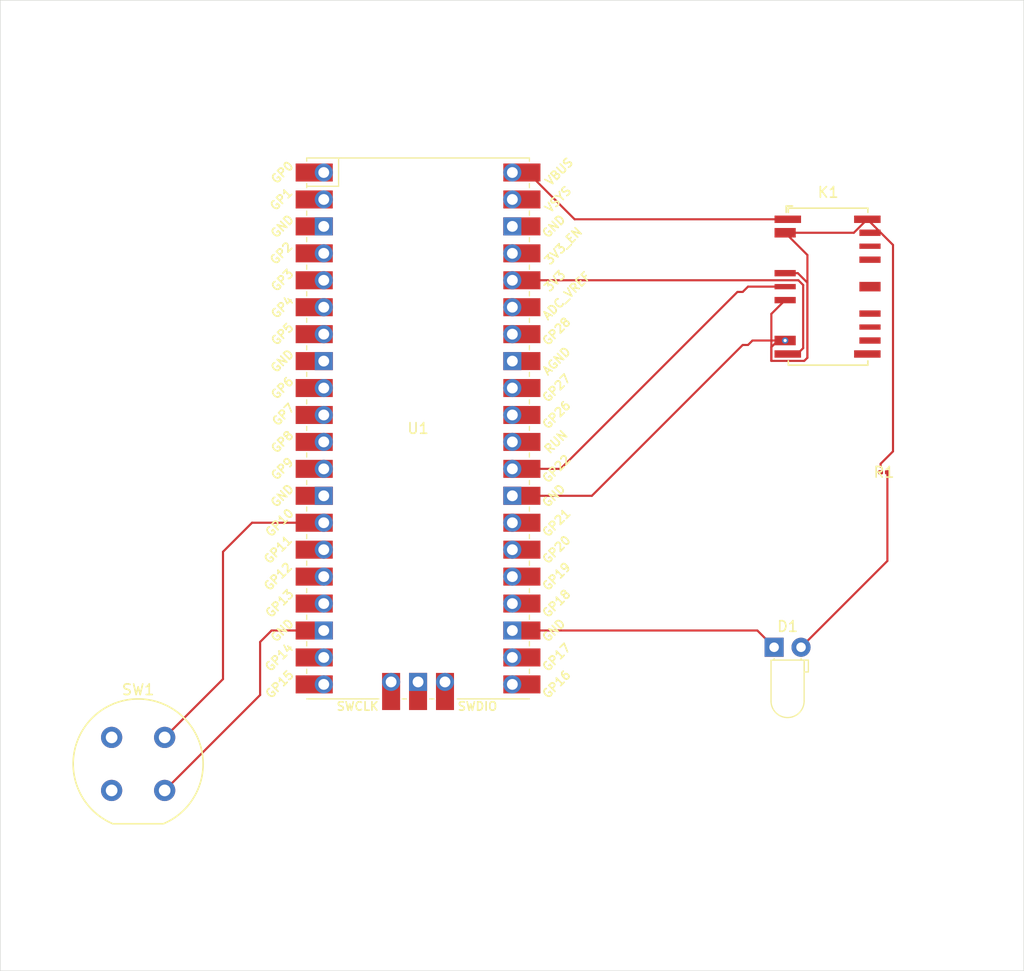
<source format=kicad_pcb>
(kicad_pcb (version 20240108) (generator "pcbnew") (generator_version "8.0")
  (layers (0 "F.Cu" signal) (31 "B.Cu" signal) (34 "B.Paste" user) (35 "F.Paste" user) (36 "B.SilkS" user "B.Silkscreen") (37 "F.SilkS" user "F.Silkscreen") (38 "B.Mask" user) (39 "F.Mask" user) (44 "Edge.Cuts" user))
  (net 0 "")
  (net 17 "Net-(U1-GPIO22)")
  (net 27 "Net-(U1-VBUS)")
  (net 34 "Net-(K1-Pad20)")
  (net 35 "Net-(U1-3V3)")
  (net 39 "Net-(K1-GND-Pad10)")
  (net 40 "Net-(D1-K)")
  (net 43 "Net-(D1-A)")
  (net 45 "Net-(U1-GPIO10)")
  (net 47 "Net-(SW1-Pad4)")
  (footprint "Relay_SMD:Relay_SPDT_AXICOM_HF3Series_75ohms_Pitch1.27mm" (layer "F.Cu") (at 122.5 81.5)
    (property "Reference" "K1" (at 0.06 -8.89 0) (layer "F.SilkS"))
    (property "Value" "HF3-03")
    (fp_line (start -3.9 -7.6) (end -3.4 -7.6) (stroke (width 0.15)) (layer "F.SilkS"))
    (fp_line (start -3.9 -7) (end -3.9 -7.6) (stroke (width 0.15)) (layer "F.SilkS"))
    (fp_line (start -3.7 -7.4) (end -3.7 -7) (stroke (width 0.15)) (layer "F.SilkS"))
    (fp_line (start -3.7 7.4) (end -3.7 7) (stroke (width 0.15)) (layer "F.SilkS"))
    (fp_line (start -3.4 -7.6) (end -3.3 -7.6) (stroke (width 0.15)) (layer "F.SilkS"))
    (fp_line (start 3.8 -7.4) (end -3.7 -7.4) (stroke (width 0.15)) (layer "F.SilkS"))
    (fp_line (start 3.8 -7) (end 3.8 -7.4) (stroke (width 0.15)) (layer "F.SilkS"))
    (fp_line (start 3.8 7.1) (end 3.8 7) (stroke (width 0.15)) (layer "F.SilkS"))
    (fp_line (start 3.8 7.1) (end 3.8 7.4) (stroke (width 0.15)) (layer "F.SilkS"))
    (fp_line (start 3.8 7.4) (end -3.7 7.4) (stroke (width 0.15)) (layer "F.SilkS"))
    (pad "1" smd rect (at -3.75 -6.35) (size 2.5 0.7) (layers "F.Cu" "F.Paste" "F.Mask") (net 27 "Net-(U1-VBUS)"))
    (pad "2" smd rect (at -4 -5.08) (size 2 0.9) (layers "F.Cu" "F.Paste" "F.Mask") (net 39 "Net-(K1-GND-Pad10)"))
    (pad "5" smd rect (at -4 -1.27) (size 2 0.6) (layers "F.Cu" "F.Paste" "F.Mask") (net 39 "Net-(K1-GND-Pad10)"))
    (pad "6" smd rect (at -4 0) (size 2 0.5) (layers "F.Cu" "F.Paste" "F.Mask") (net 17 "Net-(U1-GPIO22)"))
    (pad "7" smd rect (at -4 1.27) (size 2 0.6) (layers "F.Cu" "F.Paste" "F.Mask") (net 39 "Net-(K1-GND-Pad10)"))
    (pad "10" smd rect (at -4 5.08) (size 2 0.9) (layers "F.Cu" "F.Paste" "F.Mask") (net 39 "Net-(K1-GND-Pad10)"))
    (pad "11" smd rect (at -3.75 6.35) (size 2.5 0.7) (layers "F.Cu" "F.Paste" "F.Mask") (net 35 "Net-(U1-3V3)"))
    (pad "12" smd rect (at 3.75 6.35) (size 2.5 0.7) (layers "F.Cu" "F.Paste" "F.Mask") (net 39 "Net-(K1-GND-Pad10)"))
    (pad "13" smd rect (at 4 5.08) (size 2 0.6) (layers "F.Cu" "F.Paste" "F.Mask") (net 39 "Net-(K1-GND-Pad10)"))
    (pad "14" smd rect (at 4 3.81) (size 2 0.5) (layers "F.Cu" "F.Paste" "F.Mask"))
    (pad "15" smd rect (at 4 2.54) (size 2 0.6) (layers "F.Cu" "F.Paste" "F.Mask") (net 39 "Net-(K1-GND-Pad10)"))
    (pad "17" smd rect (at 4 0) (size 2 0.9) (layers "F.Cu" "F.Paste" "F.Mask") (net 39 "Net-(K1-GND-Pad10)"))
    (pad "19" smd rect (at 4 -2.54) (size 2 0.6) (layers "F.Cu" "F.Paste" "F.Mask") (net 39 "Net-(K1-GND-Pad10)"))
    (pad "20" smd rect (at 4 -3.81) (size 2 0.5) (layers "F.Cu" "F.Paste" "F.Mask") (net 34 "Net-(K1-Pad20)"))
    (pad "21" smd rect (at 4 -5.08) (size 2 0.6) (layers "F.Cu" "F.Paste" "F.Mask") (net 39 "Net-(K1-GND-Pad10)"))
    (pad "22" smd rect (at 3.75 -6.35) (size 2.5 0.7) (layers "F.Cu" "F.Paste" "F.Mask") (net 39 "Net-(K1-GND-Pad10)"))
  )
  (footprint "LED_THT:LED_D3.0mm_Horizontal_O1.27mm_Z2.0mm" (layer "F.Cu") (at 117.46 115.5)
    (property "Reference" "D1" (at 1.27 -1.96 0) (layer "F.SilkS"))
    (property "Value" "LED")
    (fp_line (start -0.29 1.21) (end -0.29 5.07) (stroke (width 0.12)) (layer "F.SilkS"))
    (fp_line (start -0.29 1.21) (end 2.83 1.21) (stroke (width 0.12)) (layer "F.SilkS"))
    (fp_line (start 0 1.08) (end 0 1.08) (stroke (width 0.12)) (layer "F.SilkS"))
    (fp_line (start 0 1.08) (end 0 1.21) (stroke (width 0.12)) (layer "F.SilkS"))
    (fp_line (start 0 1.21) (end 0 1.08) (stroke (width 0.12)) (layer "F.SilkS"))
    (fp_line (start 0 1.21) (end 0 1.21) (stroke (width 0.12)) (layer "F.SilkS"))
    (fp_line (start 2.54 1.08) (end 2.54 1.08) (stroke (width 0.12)) (layer "F.SilkS"))
    (fp_line (start 2.54 1.08) (end 2.54 1.21) (stroke (width 0.12)) (layer "F.SilkS"))
    (fp_line (start 2.54 1.21) (end 2.54 1.08) (stroke (width 0.12)) (layer "F.SilkS"))
    (fp_line (start 2.54 1.21) (end 2.54 1.21) (stroke (width 0.12)) (layer "F.SilkS"))
    (fp_line (start 2.83 1.21) (end 2.83 5.07) (stroke (width 0.12)) (layer "F.SilkS"))
    (fp_line (start 2.83 1.21) (end 3.23 1.21) (stroke (width 0.12)) (layer "F.SilkS"))
    (fp_line (start 2.83 2.33) (end 2.83 1.21) (stroke (width 0.12)) (layer "F.SilkS"))
    (fp_line (start 3.23 1.21) (end 3.23 2.33) (stroke (width 0.12)) (layer "F.SilkS"))
    (fp_line (start 3.23 2.33) (end 2.83 2.33) (stroke (width 0.12)) (layer "F.SilkS"))
    (fp_arc (start 2.83 5.07) (mid 1.27 6.63) (end -0.29 5.07) (stroke (width 0.12)) (layer "F.SilkS"))
    (pad "1" thru_hole rect (at 0 0) (size 1.8 1.8) (drill 0.9) (layers "*.Cu" "*.Mask") (net 40 "Net-(D1-K)"))
    (pad "2" thru_hole circle (at 2.54 0) (size 1.8 1.8) (drill 0.9) (layers "*.Cu" "*.Mask") (net 43 "Net-(D1-A)"))
  )
  (footprint "Resistor_SMD:R_0201_0603Metric" (layer "F.Cu") (at 127.82 99)
    (property "Reference" "R1" (at 0 0 0) (layer "F.SilkS"))
    (property "Value" "120Ω")
    (pad "1" smd roundrect (at -0.32 0) (size 0.46 0.4) (layers "F.Cu" "F.Mask") (net 34 "Net-(K1-Pad20)"))
    (pad "2" smd roundrect (at 0.32 0) (size 0.46 0.4) (layers "F.Cu" "F.Mask") (net 43 "Net-(D1-A)"))
  )
  (footprint "MCU_RaspberryPi_and_Boards:RPi_Pico_SMD_TH" (layer "F.Cu") (at 83.89 94.87)
    (property "Reference" "U1" (at 0 0 0) (layer "F.SilkS"))
    (property "Value" "Pico")
    (fp_line (start -10.5 -25.5) (end -10.5 -25.2) (stroke (width 0.12)) (layer "F.SilkS"))
    (fp_line (start -10.5 -25.5) (end 10.5 -25.5) (stroke (width 0.12)) (layer "F.SilkS"))
    (fp_line (start -10.5 -23.1) (end -10.5 -22.7) (stroke (width 0.12)) (layer "F.SilkS"))
    (fp_line (start -10.5 -22.833) (end -7.493 -22.833) (stroke (width 0.12)) (layer "F.SilkS"))
    (fp_line (start -10.5 -20.5) (end -10.5 -20.1) (stroke (width 0.12)) (layer "F.SilkS"))
    (fp_line (start -10.5 -18) (end -10.5 -17.6) (stroke (width 0.12)) (layer "F.SilkS"))
    (fp_line (start -10.5 -15.4) (end -10.5 -15) (stroke (width 0.12)) (layer "F.SilkS"))
    (fp_line (start -10.5 -12.9) (end -10.5 -12.5) (stroke (width 0.12)) (layer "F.SilkS"))
    (fp_line (start -10.5 -10.4) (end -10.5 -10) (stroke (width 0.12)) (layer "F.SilkS"))
    (fp_line (start -10.5 -7.8) (end -10.5 -7.4) (stroke (width 0.12)) (layer "F.SilkS"))
    (fp_line (start -10.5 -5.3) (end -10.5 -4.9) (stroke (width 0.12)) (layer "F.SilkS"))
    (fp_line (start -10.5 -2.7) (end -10.5 -2.3) (stroke (width 0.12)) (layer "F.SilkS"))
    (fp_line (start -10.5 -0.2) (end -10.5 0.2) (stroke (width 0.12)) (layer "F.SilkS"))
    (fp_line (start -10.5 2.3) (end -10.5 2.7) (stroke (width 0.12)) (layer "F.SilkS"))
    (fp_line (start -10.5 4.9) (end -10.5 5.3) (stroke (width 0.12)) (layer "F.SilkS"))
    (fp_line (start -10.5 7.4) (end -10.5 7.8) (stroke (width 0.12)) (layer "F.SilkS"))
    (fp_line (start -10.5 10) (end -10.5 10.4) (stroke (width 0.12)) (layer "F.SilkS"))
    (fp_line (start -10.5 12.5) (end -10.5 12.9) (stroke (width 0.12)) (layer "F.SilkS"))
    (fp_line (start -10.5 15.1) (end -10.5 15.5) (stroke (width 0.12)) (layer "F.SilkS"))
    (fp_line (start -10.5 17.6) (end -10.5 18) (stroke (width 0.12)) (layer "F.SilkS"))
    (fp_line (start -10.5 20.1) (end -10.5 20.5) (stroke (width 0.12)) (layer "F.SilkS"))
    (fp_line (start -10.5 22.7) (end -10.5 23.1) (stroke (width 0.12)) (layer "F.SilkS"))
    (fp_line (start -7.493 -22.833) (end -7.493 -25.5) (stroke (width 0.12)) (layer "F.SilkS"))
    (fp_line (start -3.7 25.5) (end -10.5 25.5) (stroke (width 0.12)) (layer "F.SilkS"))
    (fp_line (start -1.5 25.5) (end -1.1 25.5) (stroke (width 0.12)) (layer "F.SilkS"))
    (fp_line (start 1.1 25.5) (end 1.5 25.5) (stroke (width 0.12)) (layer "F.SilkS"))
    (fp_line (start 10.5 -25.5) (end 10.5 -25.2) (stroke (width 0.12)) (layer "F.SilkS"))
    (fp_line (start 10.5 -23.1) (end 10.5 -22.7) (stroke (width 0.12)) (layer "F.SilkS"))
    (fp_line (start 10.5 -20.5) (end 10.5 -20.1) (stroke (width 0.12)) (layer "F.SilkS"))
    (fp_line (start 10.5 -18) (end 10.5 -17.6) (stroke (width 0.12)) (layer "F.SilkS"))
    (fp_line (start 10.5 -15.4) (end 10.5 -15) (stroke (width 0.12)) (layer "F.SilkS"))
    (fp_line (start 10.5 -12.9) (end 10.5 -12.5) (stroke (width 0.12)) (layer "F.SilkS"))
    (fp_line (start 10.5 -10.4) (end 10.5 -10) (stroke (width 0.12)) (layer "F.SilkS"))
    (fp_line (start 10.5 -7.8) (end 10.5 -7.4) (stroke (width 0.12)) (layer "F.SilkS"))
    (fp_line (start 10.5 -5.3) (end 10.5 -4.9) (stroke (width 0.12)) (layer "F.SilkS"))
    (fp_line (start 10.5 -2.7) (end 10.5 -2.3) (stroke (width 0.12)) (layer "F.SilkS"))
    (fp_line (start 10.5 -0.2) (end 10.5 0.2) (stroke (width 0.12)) (layer "F.SilkS"))
    (fp_line (start 10.5 2.3) (end 10.5 2.7) (stroke (width 0.12)) (layer "F.SilkS"))
    (fp_line (start 10.5 4.9) (end 10.5 5.3) (stroke (width 0.12)) (layer "F.SilkS"))
    (fp_line (start 10.5 7.4) (end 10.5 7.8) (stroke (width 0.12)) (layer "F.SilkS"))
    (fp_line (start 10.5 10) (end 10.5 10.4) (stroke (width 0.12)) (layer "F.SilkS"))
    (fp_line (start 10.5 12.5) (end 10.5 12.9) (stroke (width 0.12)) (layer "F.SilkS"))
    (fp_line (start 10.5 15.1) (end 10.5 15.5) (stroke (width 0.12)) (layer "F.SilkS"))
    (fp_line (start 10.5 17.6) (end 10.5 18) (stroke (width 0.12)) (layer "F.SilkS"))
    (fp_line (start 10.5 20.1) (end 10.5 20.5) (stroke (width 0.12)) (layer "F.SilkS"))
    (fp_line (start 10.5 22.7) (end 10.5 23.1) (stroke (width 0.12)) (layer "F.SilkS"))
    (fp_line (start 10.5 25.5) (end 3.7 25.5) (stroke (width 0.12)) (layer "F.SilkS"))
    (fp_text user "RUN" (at 13 1.27 45) (layer "F.SilkS") (effects (font (size 0.8 0.8))))
    (fp_text user "GP18" (at 13.054 16.51 45) (layer "F.SilkS") (effects (font (size 0.8 0.8))))
    (fp_text user "GP22" (at 13.054 3.81 45) (layer "F.SilkS") (effects (font (size 0.8 0.8))))
    (fp_text user "GP4" (at -12.8 -11.43 45) (layer "F.SilkS") (effects (font (size 0.8 0.8))))
    (fp_text user "GP15" (at -13.054 24.13 45) (layer "F.SilkS") (effects (font (size 0.8 0.8))))
    (fp_text user "3V3" (at 12.9 -13.9 45) (layer "F.SilkS") (effects (font (size 0.8 0.8))))
    (fp_text user "GP3" (at -12.8 -13.97 45) (layer "F.SilkS") (effects (font (size 0.8 0.8))))
    (fp_text user "GP1" (at -12.9 -21.6 45) (layer "F.SilkS") (effects (font (size 0.8 0.8))))
    (fp_text user "GP7" (at -12.7 -1.3 45) (layer "F.SilkS") (effects (font (size 0.8 0.8))))
    (fp_text user "AGND" (at 13.054 -6.35 45) (layer "F.SilkS") (effects (font (size 0.8 0.8))))
    (fp_text user "GP8" (at -12.8 1.27 45) (layer "F.SilkS") (effects (font (size 0.8 0.8))))
    (fp_text user "GP28" (at 13.054 -9.144 45) (layer "F.SilkS") (effects (font (size 0.8 0.8))))
    (fp_text user "GND" (at 12.8 6.35 45) (layer "F.SilkS") (effects (font (size 0.8 0.8))))
    (fp_text user "GP20" (at 13.054 11.43 45) (layer "F.SilkS") (effects (font (size 0.8 0.8))))
    (fp_text user "GP17" (at 13.054 21.59 45) (layer "F.SilkS") (effects (font (size 0.8 0.8))))
    (fp_text user "GP5" (at -12.8 -8.89 45) (layer "F.SilkS") (effects (font (size 0.8 0.8))))
    (fp_text user "VBUS" (at 13.3 -24.2 45) (layer "F.SilkS") (effects (font (size 0.8 0.8))))
    (fp_text user "GP12" (at -13.2 13.97 45) (layer "F.SilkS") (effects (font (size 0.8 0.8))))
    (fp_text user "SWDIO" (at 5.6 26.2 0) (layer "F.SilkS") (effects (font (size 0.8 0.8))))
    (fp_text user "GP16" (at 13.054 24.13 45) (layer "F.SilkS") (effects (font (size 0.8 0.8))))
    (fp_text user "SWCLK" (at -5.7 26.2 0) (layer "F.SilkS") (effects (font (size 0.8 0.8))))
    (fp_text user "GND" (at -12.8 -6.35 45) (layer "F.SilkS") (effects (font (size 0.8 0.8))))
    (fp_text user "GP21" (at 13.054 8.9 45) (layer "F.SilkS") (effects (font (size 0.8 0.8))))
    (fp_text user "GP13" (at -13.054 16.51 45) (layer "F.SilkS") (effects (font (size 0.8 0.8))))
    (fp_text user "GP0" (at -12.8 -24.13 45) (layer "F.SilkS") (effects (font (size 0.8 0.8))))
    (fp_text user "GP27" (at 13.054 -3.8 45) (layer "F.SilkS") (effects (font (size 0.8 0.8))))
    (fp_text user "GP9" (at -12.8 3.81 45) (layer "F.SilkS") (effects (font (size 0.8 0.8))))
    (fp_text user "GP10" (at -13.054 8.89 45) (layer "F.SilkS") (effects (font (size 0.8 0.8))))
    (fp_text user "GND" (at 12.8 19.05 45) (layer "F.SilkS") (effects (font (size 0.8 0.8))))
    (fp_text user "GND" (at -12.8 6.35 45) (layer "F.SilkS") (effects (font (size 0.8 0.8))))
    (fp_text user "GND" (at -12.8 19.05 45) (layer "F.SilkS") (effects (font (size 0.8 0.8))))
    (fp_text user "GND" (at 12.8 -19.05 45) (layer "F.SilkS") (effects (font (size 0.8 0.8))))
    (fp_text user "GP26" (at 13.054 -1.27 45) (layer "F.SilkS") (effects (font (size 0.8 0.8))))
    (fp_text user "GP6" (at -12.8 -3.81 45) (layer "F.SilkS") (effects (font (size 0.8 0.8))))
    (fp_text user "3V3_EN" (at 13.7 -17.2 45) (layer "F.SilkS") (effects (font (size 0.8 0.8))))
    (fp_text user "GP19" (at 13.054 13.97 45) (layer "F.SilkS") (effects (font (size 0.8 0.8))))
    (fp_text user "ADC_VREF" (at 14 -12.5 45) (layer "F.SilkS") (effects (font (size 0.8 0.8))))
    (fp_text user "VSYS" (at 13.2 -21.59 45) (layer "F.SilkS") (effects (font (size 0.8 0.8))))
    (fp_text user "GP14" (at -13.1 21.59 45) (layer "F.SilkS") (effects (font (size 0.8 0.8))))
    (fp_text user "GP2" (at -12.9 -16.51 45) (layer "F.SilkS") (effects (font (size 0.8 0.8))))
    (fp_text user "GP11" (at -13.2 11.43 45) (layer "F.SilkS") (effects (font (size 0.8 0.8))))
    (fp_text user "GND" (at -12.8 -19.05 45) (layer "F.SilkS") (effects (font (size 0.8 0.8))))
    (pad "" np_thru_hole oval (at -2.725 -24) (size 1.8 1.8) (drill 1.8) (layers "*.Cu" "*.Mask"))
    (pad "" np_thru_hole oval (at -2.425 -20.97) (size 1.5 1.5) (drill 1.5) (layers "*.Cu" "*.Mask"))
    (pad "" np_thru_hole oval (at 2.425 -20.97) (size 1.5 1.5) (drill 1.5) (layers "*.Cu" "*.Mask"))
    (pad "" np_thru_hole oval (at 2.725 -24) (size 1.8 1.8) (drill 1.8) (layers "*.Cu" "*.Mask"))
    (pad "1" thru_hole oval (at -8.89 -24.13) (size 1.7 1.7) (drill 1.02) (layers "*.Cu" "*.Mask"))
    (pad "1" smd rect (at -8.89 -24.13) (size 3.5 1.7) (drill (offset -0.9 0)) (layers "F.Cu" "F.Mask"))
    (pad "2" thru_hole oval (at -8.89 -21.59) (size 1.7 1.7) (drill 1.02) (layers "*.Cu" "*.Mask"))
    (pad "2" smd rect (at -8.89 -21.59) (size 3.5 1.7) (drill (offset -0.9 0)) (layers "F.Cu" "F.Mask"))
    (pad "3" thru_hole rect (at -8.89 -19.05) (size 1.7 1.7) (drill 1.02) (layers "*.Cu" "*.Mask"))
    (pad "3" smd rect (at -8.89 -19.05) (size 3.5 1.7) (drill (offset -0.9 0)) (layers "F.Cu" "F.Mask"))
    (pad "4" thru_hole oval (at -8.89 -16.51) (size 1.7 1.7) (drill 1.02) (layers "*.Cu" "*.Mask"))
    (pad "4" smd rect (at -8.89 -16.51) (size 3.5 1.7) (drill (offset -0.9 0)) (layers "F.Cu" "F.Mask"))
    (pad "5" thru_hole oval (at -8.89 -13.97) (size 1.7 1.7) (drill 1.02) (layers "*.Cu" "*.Mask"))
    (pad "5" smd rect (at -8.89 -13.97) (size 3.5 1.7) (drill (offset -0.9 0)) (layers "F.Cu" "F.Mask"))
    (pad "6" thru_hole oval (at -8.89 -11.43) (size 1.7 1.7) (drill 1.02) (layers "*.Cu" "*.Mask"))
    (pad "6" smd rect (at -8.89 -11.43) (size 3.5 1.7) (drill (offset -0.9 0)) (layers "F.Cu" "F.Mask"))
    (pad "7" thru_hole oval (at -8.89 -8.89) (size 1.7 1.7) (drill 1.02) (layers "*.Cu" "*.Mask"))
    (pad "7" smd rect (at -8.89 -8.89) (size 3.5 1.7) (drill (offset -0.9 0)) (layers "F.Cu" "F.Mask"))
    (pad "8" thru_hole rect (at -8.89 -6.35) (size 1.7 1.7) (drill 1.02) (layers "*.Cu" "*.Mask"))
    (pad "8" smd rect (at -8.89 -6.35) (size 3.5 1.7) (drill (offset -0.9 0)) (layers "F.Cu" "F.Mask"))
    (pad "9" thru_hole oval (at -8.89 -3.81) (size 1.7 1.7) (drill 1.02) (layers "*.Cu" "*.Mask"))
    (pad "9" smd rect (at -8.89 -3.81) (size 3.5 1.7) (drill (offset -0.9 0)) (layers "F.Cu" "F.Mask"))
    (pad "10" thru_hole oval (at -8.89 -1.27) (size 1.7 1.7) (drill 1.02) (layers "*.Cu" "*.Mask"))
    (pad "10" smd rect (at -8.89 -1.27) (size 3.5 1.7) (drill (offset -0.9 0)) (layers "F.Cu" "F.Mask"))
    (pad "11" thru_hole oval (at -8.89 1.27) (size 1.7 1.7) (drill 1.02) (layers "*.Cu" "*.Mask"))
    (pad "11" smd rect (at -8.89 1.27) (size 3.5 1.7) (drill (offset -0.9 0)) (layers "F.Cu" "F.Mask"))
    (pad "12" thru_hole oval (at -8.89 3.81) (size 1.7 1.7) (drill 1.02) (layers "*.Cu" "*.Mask"))
    (pad "12" smd rect (at -8.89 3.81) (size 3.5 1.7) (drill (offset -0.9 0)) (layers "F.Cu" "F.Mask"))
    (pad "13" thru_hole rect (at -8.89 6.35) (size 1.7 1.7) (drill 1.02) (layers "*.Cu" "*.Mask"))
    (pad "13" smd rect (at -8.89 6.35) (size 3.5 1.7) (drill (offset -0.9 0)) (layers "F.Cu" "F.Mask"))
    (pad "14" thru_hole oval (at -8.89 8.89) (size 1.7 1.7) (drill 1.02) (layers "*.Cu" "*.Mask") (net 45 "Net-(U1-GPIO10)"))
    (pad "14" smd rect (at -8.89 8.89) (size 3.5 1.7) (drill (offset -0.9 0)) (layers "F.Cu" "F.Mask") (net 45 "Net-(U1-GPIO10)"))
    (pad "15" thru_hole oval (at -8.89 11.43) (size 1.7 1.7) (drill 1.02) (layers "*.Cu" "*.Mask"))
    (pad "15" smd rect (at -8.89 11.43) (size 3.5 1.7) (drill (offset -0.9 0)) (layers "F.Cu" "F.Mask"))
    (pad "16" thru_hole oval (at -8.89 13.97) (size 1.7 1.7) (drill 1.02) (layers "*.Cu" "*.Mask"))
    (pad "16" smd rect (at -8.89 13.97) (size 3.5 1.7) (drill (offset -0.9 0)) (layers "F.Cu" "F.Mask"))
    (pad "17" thru_hole oval (at -8.89 16.51) (size 1.7 1.7) (drill 1.02) (layers "*.Cu" "*.Mask"))
    (pad "17" smd rect (at -8.89 16.51) (size 3.5 1.7) (drill (offset -0.9 0)) (layers "F.Cu" "F.Mask"))
    (pad "18" thru_hole rect (at -8.89 19.05) (size 1.7 1.7) (drill 1.02) (layers "*.Cu" "*.Mask") (net 47 "Net-(SW1-Pad4)"))
    (pad "18" smd rect (at -8.89 19.05) (size 3.5 1.7) (drill (offset -0.9 0)) (layers "F.Cu" "F.Mask") (net 47 "Net-(SW1-Pad4)"))
    (pad "19" thru_hole oval (at -8.89 21.59) (size 1.7 1.7) (drill 1.02) (layers "*.Cu" "*.Mask"))
    (pad "19" smd rect (at -8.89 21.59) (size 3.5 1.7) (drill (offset -0.9 0)) (layers "F.Cu" "F.Mask"))
    (pad "20" thru_hole oval (at -8.89 24.13) (size 1.7 1.7) (drill 1.02) (layers "*.Cu" "*.Mask"))
    (pad "20" smd rect (at -8.89 24.13) (size 3.5 1.7) (drill (offset -0.9 0)) (layers "F.Cu" "F.Mask"))
    (pad "21" thru_hole oval (at 8.89 24.13) (size 1.7 1.7) (drill 1.02) (layers "*.Cu" "*.Mask"))
    (pad "21" smd rect (at 8.89 24.13) (size 3.5 1.7) (drill (offset 0.9 0)) (layers "F.Cu" "F.Mask"))
    (pad "22" thru_hole oval (at 8.89 21.59) (size 1.7 1.7) (drill 1.02) (layers "*.Cu" "*.Mask"))
    (pad "22" smd rect (at 8.89 21.59) (size 3.5 1.7) (drill (offset 0.9 0)) (layers "F.Cu" "F.Mask"))
    (pad "23" thru_hole rect (at 8.89 19.05) (size 1.7 1.7) (drill 1.02) (layers "*.Cu" "*.Mask") (net 40 "Net-(D1-K)"))
    (pad "23" smd rect (at 8.89 19.05) (size 3.5 1.7) (drill (offset 0.9 0)) (layers "F.Cu" "F.Mask") (net 40 "Net-(D1-K)"))
    (pad "24" thru_hole oval (at 8.89 16.51) (size 1.7 1.7) (drill 1.02) (layers "*.Cu" "*.Mask"))
    (pad "24" smd rect (at 8.89 16.51) (size 3.5 1.7) (drill (offset 0.9 0)) (layers "F.Cu" "F.Mask"))
    (pad "25" thru_hole oval (at 8.89 13.97) (size 1.7 1.7) (drill 1.02) (layers "*.Cu" "*.Mask"))
    (pad "25" smd rect (at 8.89 13.97) (size 3.5 1.7) (drill (offset 0.9 0)) (layers "F.Cu" "F.Mask"))
    (pad "26" thru_hole oval (at 8.89 11.43) (size 1.7 1.7) (drill 1.02) (layers "*.Cu" "*.Mask"))
    (pad "26" smd rect (at 8.89 11.43) (size 3.5 1.7) (drill (offset 0.9 0)) (layers "F.Cu" "F.Mask"))
    (pad "27" thru_hole oval (at 8.89 8.89) (size 1.7 1.7) (drill 1.02) (layers "*.Cu" "*.Mask"))
    (pad "27" smd rect (at 8.89 8.89) (size 3.5 1.7) (drill (offset 0.9 0)) (layers "F.Cu" "F.Mask"))
    (pad "28" thru_hole rect (at 8.89 6.35) (size 1.7 1.7) (drill 1.02) (layers "*.Cu" "*.Mask") (net 39 "Net-(K1-GND-Pad10)"))
    (pad "28" smd rect (at 8.89 6.35) (size 3.5 1.7) (drill (offset 0.9 0)) (layers "F.Cu" "F.Mask") (net 39 "Net-(K1-GND-Pad10)"))
    (pad "29" thru_hole oval (at 8.89 3.81) (size 1.7 1.7) (drill 1.02) (layers "*.Cu" "*.Mask") (net 17 "Net-(U1-GPIO22)"))
    (pad "29" smd rect (at 8.89 3.81) (size 3.5 1.7) (drill (offset 0.9 0)) (layers "F.Cu" "F.Mask") (net 17 "Net-(U1-GPIO22)"))
    (pad "30" thru_hole oval (at 8.89 1.27) (size 1.7 1.7) (drill 1.02) (layers "*.Cu" "*.Mask"))
    (pad "30" smd rect (at 8.89 1.27) (size 3.5 1.7) (drill (offset 0.9 0)) (layers "F.Cu" "F.Mask"))
    (pad "31" thru_hole oval (at 8.89 -1.27) (size 1.7 1.7) (drill 1.02) (layers "*.Cu" "*.Mask"))
    (pad "31" smd rect (at 8.89 -1.27) (size 3.5 1.7) (drill (offset 0.9 0)) (layers "F.Cu" "F.Mask"))
    (pad "32" thru_hole oval (at 8.89 -3.81) (size 1.7 1.7) (drill 1.02) (layers "*.Cu" "*.Mask"))
    (pad "32" smd rect (at 8.89 -3.81) (size 3.5 1.7) (drill (offset 0.9 0)) (layers "F.Cu" "F.Mask"))
    (pad "33" thru_hole rect (at 8.89 -6.35) (size 1.7 1.7) (drill 1.02) (layers "*.Cu" "*.Mask"))
    (pad "33" smd rect (at 8.89 -6.35) (size 3.5 1.7) (drill (offset 0.9 0)) (layers "F.Cu" "F.Mask"))
    (pad "34" thru_hole oval (at 8.89 -8.89) (size 1.7 1.7) (drill 1.02) (layers "*.Cu" "*.Mask"))
    (pad "34" smd rect (at 8.89 -8.89) (size 3.5 1.7) (drill (offset 0.9 0)) (layers "F.Cu" "F.Mask"))
    (pad "35" thru_hole oval (at 8.89 -11.43) (size 1.7 1.7) (drill 1.02) (layers "*.Cu" "*.Mask"))
    (pad "35" smd rect (at 8.89 -11.43) (size 3.5 1.7) (drill (offset 0.9 0)) (layers "F.Cu" "F.Mask"))
    (pad "36" thru_hole oval (at 8.89 -13.97) (size 1.7 1.7) (drill 1.02) (layers "*.Cu" "*.Mask") (net 35 "Net-(U1-3V3)"))
    (pad "36" smd rect (at 8.89 -13.97) (size 3.5 1.7) (drill (offset 0.9 0)) (layers "F.Cu" "F.Mask") (net 35 "Net-(U1-3V3)"))
    (pad "37" thru_hole oval (at 8.89 -16.51) (size 1.7 1.7) (drill 1.02) (layers "*.Cu" "*.Mask"))
    (pad "37" smd rect (at 8.89 -16.51) (size 3.5 1.7) (drill (offset 0.9 0)) (layers "F.Cu" "F.Mask"))
    (pad "38" thru_hole rect (at 8.89 -19.05) (size 1.7 1.7) (drill 1.02) (layers "*.Cu" "*.Mask"))
    (pad "38" smd rect (at 8.89 -19.05) (size 3.5 1.7) (drill (offset 0.9 0)) (layers "F.Cu" "F.Mask"))
    (pad "39" thru_hole oval (at 8.89 -21.59) (size 1.7 1.7) (drill 1.02) (layers "*.Cu" "*.Mask"))
    (pad "39" smd rect (at 8.89 -21.59) (size 3.5 1.7) (drill (offset 0.9 0)) (layers "F.Cu" "F.Mask"))
    (pad "40" thru_hole oval (at 8.89 -24.13) (size 1.7 1.7) (drill 1.02) (layers "*.Cu" "*.Mask") (net 27 "Net-(U1-VBUS)"))
    (pad "40" smd rect (at 8.89 -24.13) (size 3.5 1.7) (drill (offset 0.9 0)) (layers "F.Cu" "F.Mask") (net 27 "Net-(U1-VBUS)"))
    (pad "41" thru_hole oval (at -2.54 23.9) (size 1.7 1.7) (drill 1.02) (layers "*.Cu" "*.Mask"))
    (pad "41" smd rect (at -2.54 23.9 90) (size 3.5 1.7) (drill (offset -0.9 0)) (layers "F.Cu" "F.Mask"))
    (pad "42" thru_hole rect (at 0 23.9) (size 1.7 1.7) (drill 1.02) (layers "*.Cu" "*.Mask"))
    (pad "42" smd rect (at 0 23.9 90) (size 3.5 1.7) (drill (offset -0.9 0)) (layers "F.Cu" "F.Mask"))
    (pad "43" thru_hole oval (at 2.54 23.9) (size 1.7 1.7) (drill 1.02) (layers "*.Cu" "*.Mask"))
    (pad "43" smd rect (at 2.54 23.9 90) (size 3.5 1.7) (drill (offset -0.9 0)) (layers "F.Cu" "F.Mask"))
  )
  (footprint "Button_Switch_THT:Push_E-Switch_KS01Q01" (layer "F.Cu") (at 55 124)
    (property "Reference" "SW1" (at 2.5 -4.5 0) (layer "F.SilkS"))
    (property "Value" "SW_Push_Open_Dual")
    (fp_line (start 4.89 8.14) (end 0.11 8.14) (stroke (width 0.15)) (layer "F.SilkS"))
    (fp_arc (start 0.11 8.14) (mid 2.496283 -3.625495) (end 4.896843 8.137095) (stroke (width 0.15)) (layer "F.SilkS"))
    (pad "1" thru_hole circle (at 0 0) (size 2 2) (drill 1.1) (layers "*.Cu" "*.Mask"))
    (pad "2" thru_hole circle (at 5 0) (size 2 2) (drill 1.1) (layers "*.Cu" "*.Mask") (net 45 "Net-(U1-GPIO10)"))
    (pad "3" thru_hole circle (at 0 5) (size 2 2) (drill 1.1) (layers "*.Cu" "*.Mask"))
    (pad "4" thru_hole circle (at 5 5) (size 2 2) (drill 1.1) (layers "*.Cu" "*.Mask") (net 47 "Net-(SW1-Pad4)"))
  )
  (gr_rect (start 44.5 54.5) (end 141 146) (stroke (width 0.05)) (fill none) (layer "Edge.Cuts"))
  (segment (start 114.5 82) (end 115 81.5) (width 0.2) (layer "F.Cu") (net 17))
  (segment (start 92.78 98.68) (end 97.32 98.68) (width 0.2) (layer "F.Cu") (net 17))
  (segment (start 97.32 98.68) (end 114 82) (width 0.2) (layer "F.Cu") (net 17))
  (segment (start 114 82) (end 114.5 82) (width 0.2) (layer "F.Cu") (net 17))
  (segment (start 115 81.5) (end 118.5 81.5) (width 0.2) (layer "F.Cu") (net 17))
  (segment (start 94.24 70.74) (end 98.65 75.15) (width 0.2) (layer "F.Cu") (net 27))
  (segment (start 98.65 75.15) (end 118.75 75.15) (width 0.2) (layer "F.Cu") (net 27))
  (segment (start 92.78 70.74) (end 94.24 70.74) (width 0.2) (layer "F.Cu") (net 27))
  (segment (start 120.2 87.3) (end 119.65 87.85) (width 0.2) (layer "F.Cu") (net 35))
  (segment (start 92.78 80.9) (end 119.75 80.9) (width 0.2) (layer "F.Cu") (net 35))
  (segment (start 120.2 81.35) (end 120.2 87.3) (width 0.2) (layer "F.Cu") (net 35))
  (segment (start 119.65 87.85) (end 118.75 87.85) (width 0.2) (layer "F.Cu") (net 35))
  (segment (start 119.75 80.9) (end 120.2 81.35) (width 0.2) (layer "F.Cu") (net 35))
  (segment (start 117.2 87.2) (end 117.82 86.58) (width 0.2) (layer "F.Cu") (net 39))
  (segment (start 117.2 88.5) (end 117.2 87.2) (width 0.2) (layer "F.Cu") (net 39))
  (segment (start 128.67 97.031544) (end 127.5 98.201544) (width 0.2) (layer "F.Cu") (net 39))
  (segment (start 119.7 80.23) (end 120.6 81.13) (width 0.2) (layer "F.Cu") (net 39))
  (segment (start 120.6 81.13) (end 120.6 88.2) (width 0.2) (layer "F.Cu") (net 39))
  (segment (start 120.3 88.5) (end 117.2 88.5) (width 0.2) (layer "F.Cu") (net 39))
  (segment (start 117.82 86.58) (end 118.5 86.58) (width 0.2) (layer "F.Cu") (net 39))
  (segment (start 128.67 77.57) (end 128.67 97.031544) (width 0.2) (layer "F.Cu") (net 39))
  (segment (start 100.28 101.22) (end 114.5 87) (width 0.2) (layer "F.Cu") (net 39))
  (segment (start 118.5 80.23) (end 119.7 80.23) (width 0.2) (layer "F.Cu") (net 39))
  (segment (start 117.2 88.5) (end 117.2 84.07) (width 0.2) (layer "F.Cu") (net 39))
  (segment (start 92.78 101.22) (end 100.28 101.22) (width 0.2) (layer "F.Cu") (net 39))
  (segment (start 115 87) (end 115.42 86.58) (width 0.2) (layer "F.Cu") (net 39))
  (segment (start 120.6 78.52) (end 120.6 88.2) (width 0.2) (layer "F.Cu") (net 39))
  (segment (start 124.98 76.42) (end 126.25 75.15) (width 0.2) (layer "F.Cu") (net 39))
  (segment (start 118.5 76.42) (end 124.98 76.42) (width 0.2) (layer "F.Cu") (net 39))
  (segment (start 120.6 88.2) (end 120.3 88.5) (width 0.2) (layer "F.Cu") (net 39))
  (segment (start 118.5 76.42) (end 120.6 78.52) (width 0.2) (layer "F.Cu") (net 39))
  (segment (start 126.25 75.15) (end 128.67 77.57) (width 0.2) (layer "F.Cu") (net 39))
  (segment (start 115.42 86.58) (end 118.5 86.58) (width 0.2) (layer "F.Cu") (net 39))
  (segment (start 117.2 84.07) (end 118.5 82.77) (width 0.2) (layer "F.Cu") (net 39))
  (segment (start 114.5 87) (end 115 87) (width 0.2) (layer "F.Cu") (net 39))
  (segment (start 127.5 98.201544) (end 127.5 98.5) (width 0.2) (layer "F.Cu") (net 39))
  (via (at 118.5 86.58) (size 0.6) (drill 0.3) (layers "F.Cu" "B.Cu") (net 39))
  (segment (start 92.78 113.92) (end 115.88 113.92) (width 0.2) (layer "F.Cu") (net 40))
  (segment (start 115.88 113.92) (end 117.46 115.5) (width 0.2) (layer "F.Cu") (net 40))
  (segment (start 128.14 107.36) (end 128.14 99) (width 0.2) (layer "F.Cu") (net 43))
  (segment (start 120 115.5) (end 128.14 107.36) (width 0.2) (layer "F.Cu") (net 43))
  (segment (start 68.24 103.76) (end 75 103.76) (width 0.2) (layer "F.Cu") (net 45))
  (segment (start 65.5 118.5) (end 65.5 106.5) (width 0.2) (layer "F.Cu") (net 45))
  (segment (start 65.5 106.5) (end 68.24 103.76) (width 0.2) (layer "F.Cu") (net 45))
  (segment (start 60 124) (end 65.5 118.5) (width 0.2) (layer "F.Cu") (net 45))
  (segment (start 60 129) (end 69 120) (width 0.2) (layer "F.Cu") (net 47))
  (segment (start 69 115) (end 70.08 113.92) (width 0.2) (layer "F.Cu") (net 47))
  (segment (start 70.08 113.92) (end 75 113.92) (width 0.2) (layer "F.Cu") (net 47))
  (segment (start 69 120) (end 69 115) (width 0.2) (layer "F.Cu") (net 47))
)
</source>
